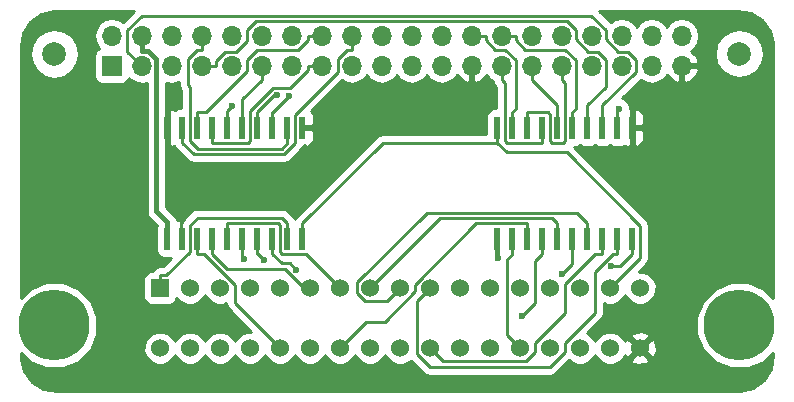
<source format=gbl>
G04 #@! TF.FileFunction,Copper,L2,Bot,Signal*
%FSLAX46Y46*%
G04 Gerber Fmt 4.6, Leading zero omitted, Abs format (unit mm)*
G04 Created by KiCad (PCBNEW 4.0.7) date 01/19/18 22:00:28*
%MOMM*%
%LPD*%
G01*
G04 APERTURE LIST*
%ADD10C,0.100000*%
%ADD11R,1.524000X1.524000*%
%ADD12C,1.524000*%
%ADD13R,0.600000X1.950000*%
%ADD14C,6.000000*%
%ADD15C,2.000000*%
%ADD16R,1.700000X1.700000*%
%ADD17O,1.700000X1.700000*%
%ADD18C,0.600000*%
%ADD19C,0.400000*%
%ADD20C,0.250000*%
%ADD21C,0.254000*%
G04 APERTURE END LIST*
D10*
D11*
X133350000Y-111760000D03*
D12*
X133350000Y-116840000D03*
X135890000Y-111760000D03*
X135890000Y-116840000D03*
X138430000Y-111760000D03*
X138430000Y-116840000D03*
X140970000Y-111760000D03*
X140970000Y-116840000D03*
X143510000Y-111760000D03*
X143510000Y-116840000D03*
X146050000Y-111760000D03*
X146050000Y-116840000D03*
X148590000Y-111760000D03*
X148590000Y-116840000D03*
X151130000Y-111760000D03*
X151130000Y-116840000D03*
X153670000Y-111760000D03*
X153670000Y-116840000D03*
X156210000Y-111760000D03*
X156210000Y-116840000D03*
X158750000Y-111760000D03*
X158750000Y-116840000D03*
X161290000Y-111760000D03*
X161290000Y-116840000D03*
X163830000Y-111760000D03*
X163830000Y-116840000D03*
X166370000Y-111760000D03*
X166370000Y-116840000D03*
X168910000Y-111760000D03*
X168910000Y-116840000D03*
X171450000Y-111760000D03*
X171450000Y-116840000D03*
X173990000Y-111760000D03*
X173990000Y-116840000D03*
D13*
X133985000Y-98170000D03*
X135255000Y-98170000D03*
X136525000Y-98170000D03*
X137795000Y-98170000D03*
X139065000Y-98170000D03*
X140335000Y-98170000D03*
X141605000Y-98170000D03*
X142875000Y-98170000D03*
X144145000Y-98170000D03*
X145415000Y-98170000D03*
X145415000Y-107570000D03*
X144145000Y-107570000D03*
X142875000Y-107570000D03*
X141605000Y-107570000D03*
X140335000Y-107570000D03*
X139065000Y-107570000D03*
X137795000Y-107570000D03*
X136525000Y-107570000D03*
X135255000Y-107570000D03*
X133985000Y-107570000D03*
X161925000Y-98170000D03*
X163195000Y-98170000D03*
X164465000Y-98170000D03*
X165735000Y-98170000D03*
X167005000Y-98170000D03*
X168275000Y-98170000D03*
X169545000Y-98170000D03*
X170815000Y-98170000D03*
X172085000Y-98170000D03*
X173355000Y-98170000D03*
X173355000Y-107570000D03*
X172085000Y-107570000D03*
X170815000Y-107570000D03*
X169545000Y-107570000D03*
X168275000Y-107570000D03*
X167005000Y-107570000D03*
X165735000Y-107570000D03*
X164465000Y-107570000D03*
X163195000Y-107570000D03*
X161925000Y-107570000D03*
D14*
X124404000Y-114915000D03*
D15*
X124404000Y-91915000D03*
X182404000Y-91915000D03*
D14*
X182404000Y-114915000D03*
X182404000Y-114915000D03*
D15*
X182404000Y-91915000D03*
X124404000Y-91915000D03*
D14*
X124404000Y-114915000D03*
D16*
X129261000Y-92938600D03*
D17*
X129261000Y-90398600D03*
X131801000Y-92938600D03*
X131801000Y-90398600D03*
X134341000Y-92938600D03*
X134341000Y-90398600D03*
X136881000Y-92938600D03*
X136881000Y-90398600D03*
X139421000Y-92938600D03*
X139421000Y-90398600D03*
X141961000Y-92938600D03*
X141961000Y-90398600D03*
X144501000Y-92938600D03*
X144501000Y-90398600D03*
X147041000Y-92938600D03*
X147041000Y-90398600D03*
X149581000Y-92938600D03*
X149581000Y-90398600D03*
X152121000Y-92938600D03*
X152121000Y-90398600D03*
X154661000Y-92938600D03*
X154661000Y-90398600D03*
X157201000Y-92938600D03*
X157201000Y-90398600D03*
X159741000Y-92938600D03*
X159741000Y-90398600D03*
X162281000Y-92938600D03*
X162281000Y-90398600D03*
X164821000Y-92938600D03*
X164821000Y-90398600D03*
X167361000Y-92938600D03*
X167361000Y-90398600D03*
X169901000Y-92938600D03*
X169901000Y-90398600D03*
X172441000Y-92938600D03*
X172441000Y-90398600D03*
X174981000Y-92938600D03*
X174981000Y-90398600D03*
X177521000Y-92938600D03*
X177521000Y-90398600D03*
D18*
X161972800Y-109230200D03*
X172205100Y-96561100D03*
X145415000Y-98170000D03*
X139486800Y-96326100D03*
X143259700Y-95448900D03*
X171575600Y-109892300D03*
X140422500Y-109268200D03*
X144868400Y-110186600D03*
X164026700Y-114095500D03*
X167423500Y-110554200D03*
X142152900Y-109412300D03*
X144259700Y-95497600D03*
D19*
X161925000Y-109182400D02*
X161925000Y-107570000D01*
X161972800Y-109230200D02*
X161925000Y-109182400D01*
X133051300Y-105261000D02*
X133985000Y-106194700D01*
X133051300Y-92352100D02*
X133051300Y-105261000D01*
X132348100Y-91648900D02*
X133051300Y-92352100D01*
X131801000Y-91648900D02*
X132348100Y-91648900D01*
X131801000Y-90398600D02*
X131801000Y-91648900D01*
X133985000Y-107570000D02*
X133985000Y-106194700D01*
D20*
X170815000Y-96290600D02*
X170815000Y-98170000D01*
X173625600Y-93480000D02*
X170815000Y-96290600D01*
X173625600Y-92422200D02*
X173625600Y-93480000D01*
X172966600Y-91763200D02*
X173625600Y-92422200D01*
X172141400Y-91763200D02*
X172966600Y-91763200D01*
X171077700Y-90699500D02*
X172141400Y-91763200D01*
X171077700Y-89909000D02*
X171077700Y-90699500D01*
X169858300Y-88689600D02*
X171077700Y-89909000D01*
X131828700Y-88689600D02*
X169858300Y-88689600D01*
X130596500Y-89921800D02*
X131828700Y-88689600D01*
X130596500Y-91734100D02*
X130596500Y-89921800D01*
X131801000Y-92938600D02*
X130596500Y-91734100D01*
X172085000Y-96681200D02*
X172085000Y-98170000D01*
X172205100Y-96561100D02*
X172085000Y-96681200D01*
X171077900Y-94703700D02*
X169545000Y-96236600D01*
X171077900Y-92414500D02*
X171077900Y-94703700D01*
X170426600Y-91763200D02*
X171077900Y-92414500D01*
X169601300Y-91763200D02*
X170426600Y-91763200D01*
X168536400Y-90698300D02*
X169601300Y-91763200D01*
X168536400Y-89863300D02*
X168536400Y-90698300D01*
X167837800Y-89164700D02*
X168536400Y-89863300D01*
X141452200Y-89164700D02*
X167837800Y-89164700D01*
X140691000Y-89925900D02*
X141452200Y-89164700D01*
X140691000Y-90829600D02*
X140691000Y-89925900D01*
X139757300Y-91763300D02*
X140691000Y-90829600D01*
X138864200Y-91763300D02*
X139757300Y-91763300D01*
X138056300Y-92571200D02*
X138864200Y-91763300D01*
X138056300Y-92938600D02*
X138056300Y-92571200D01*
X136881000Y-92938600D02*
X138056300Y-92938600D01*
X169545000Y-96236600D02*
X169545000Y-98170000D01*
X136881000Y-90398600D02*
X136881000Y-91573900D01*
X144145000Y-98170000D02*
X144145000Y-99470300D01*
X136513700Y-91573900D02*
X136881000Y-91573900D01*
X135705600Y-92382000D02*
X136513700Y-91573900D01*
X135705600Y-94573000D02*
X135705600Y-92382000D01*
X135880500Y-94747900D02*
X135705600Y-94573000D01*
X135880500Y-99282500D02*
X135880500Y-94747900D01*
X136539700Y-99941700D02*
X135880500Y-99282500D01*
X143673600Y-99941700D02*
X136539700Y-99941700D01*
X144145000Y-99470300D02*
X143673600Y-99941700D01*
X139065000Y-96747900D02*
X139065000Y-98170000D01*
X139486800Y-96326100D02*
X139065000Y-96747900D01*
X143025800Y-95448900D02*
X141605000Y-96869700D01*
X143259700Y-95448900D02*
X143025800Y-95448900D01*
X141605000Y-98170000D02*
X141605000Y-96869700D01*
X144348100Y-94823600D02*
X142931600Y-94823600D01*
X145865700Y-93306000D02*
X144348100Y-94823600D01*
X142931600Y-94823600D02*
X140960400Y-96794800D01*
X145865700Y-92938600D02*
X145865700Y-93306000D01*
X147041000Y-92938600D02*
X145865700Y-92938600D01*
X137795000Y-98170000D02*
X137795000Y-99470300D01*
X140817000Y-99470300D02*
X137795000Y-99470300D01*
X140960400Y-99326900D02*
X140817000Y-99470300D01*
X140960400Y-96794800D02*
X140960400Y-99326900D01*
X137228200Y-96869700D02*
X136525000Y-96869700D01*
X140708900Y-93389000D02*
X137228200Y-96869700D01*
X140708900Y-92455700D02*
X140708900Y-93389000D01*
X141590700Y-91573900D02*
X140708900Y-92455700D01*
X145057800Y-91573900D02*
X141590700Y-91573900D01*
X145865700Y-90766000D02*
X145057800Y-91573900D01*
X145865700Y-90398600D02*
X145865700Y-90766000D01*
X147041000Y-90398600D02*
X145865700Y-90398600D01*
X136525000Y-98170000D02*
X136525000Y-96869700D01*
X136188000Y-100403300D02*
X135255000Y-99470300D01*
X143867400Y-100403300D02*
X136188000Y-100403300D01*
X144789600Y-99481100D02*
X143867400Y-100403300D01*
X144789600Y-97060300D02*
X144789600Y-99481100D01*
X148405700Y-93444200D02*
X144789600Y-97060300D01*
X148405700Y-92381800D02*
X148405700Y-93444200D01*
X149213600Y-91573900D02*
X148405700Y-92381800D01*
X149581000Y-91573900D02*
X149213600Y-91573900D01*
X149581000Y-90398600D02*
X149581000Y-91573900D01*
X135255000Y-98170000D02*
X135255000Y-99470300D01*
X140335000Y-95739900D02*
X140335000Y-98170000D01*
X141961000Y-94113900D02*
X140335000Y-95739900D01*
X141961000Y-92938600D02*
X141961000Y-94113900D01*
X163462000Y-96602700D02*
X163195000Y-96869700D01*
X163462000Y-92435400D02*
X163462000Y-96602700D01*
X162600500Y-91573900D02*
X163462000Y-92435400D01*
X161724200Y-91573900D02*
X162600500Y-91573900D01*
X160916300Y-90766000D02*
X161724200Y-91573900D01*
X160916300Y-90398600D02*
X160916300Y-90766000D01*
X159741000Y-90398600D02*
X160916300Y-90398600D01*
X163195000Y-98170000D02*
X163195000Y-96869700D01*
X162705800Y-99470300D02*
X165735000Y-99470300D01*
X162562000Y-99326500D02*
X162705800Y-99470300D01*
X162562000Y-94394900D02*
X162562000Y-99326500D01*
X162281000Y-94113900D02*
X162562000Y-94394900D01*
X162281000Y-92938600D02*
X162281000Y-94113900D01*
X165735000Y-98170000D02*
X165735000Y-99470300D01*
X168554200Y-96590500D02*
X168275000Y-96869700D01*
X168554200Y-92467000D02*
X168554200Y-96590500D01*
X167661100Y-91573900D02*
X168554200Y-92467000D01*
X164264200Y-91573900D02*
X167661100Y-91573900D01*
X163456300Y-90766000D02*
X164264200Y-91573900D01*
X163456300Y-90398600D02*
X163456300Y-90766000D01*
X162281000Y-90398600D02*
X163456300Y-90398600D01*
X168275000Y-98170000D02*
X168275000Y-96869700D01*
X167005000Y-96297900D02*
X164821000Y-94113900D01*
X167005000Y-98170000D02*
X167005000Y-96297900D01*
X164821000Y-92938600D02*
X164821000Y-94113900D01*
X167640000Y-94392900D02*
X167361000Y-94113900D01*
X167640000Y-99327300D02*
X167640000Y-94392900D01*
X167496900Y-99470400D02*
X167640000Y-99327300D01*
X166562200Y-99470400D02*
X167496900Y-99470400D01*
X166360400Y-99268600D02*
X166562200Y-99470400D01*
X166360400Y-97060300D02*
X166360400Y-99268600D01*
X166169800Y-96869700D02*
X166360400Y-97060300D01*
X164465000Y-96869700D02*
X166169800Y-96869700D01*
X164465000Y-98170000D02*
X164465000Y-96869700D01*
X167361000Y-92938600D02*
X167361000Y-94113900D01*
X137795000Y-107570000D02*
X137795000Y-108870300D01*
X145557500Y-111760000D02*
X146050000Y-111760000D01*
X143913900Y-110116400D02*
X145557500Y-111760000D01*
X139041100Y-110116400D02*
X143913900Y-110116400D01*
X137795000Y-108870300D02*
X139041100Y-110116400D01*
X145700300Y-108870300D02*
X148590000Y-111760000D01*
X143651500Y-108870300D02*
X145700300Y-108870300D01*
X143500400Y-108719200D02*
X143651500Y-108870300D01*
X143500400Y-106402800D02*
X143500400Y-108719200D01*
X143367300Y-106269700D02*
X143500400Y-106402800D01*
X139065000Y-106269700D02*
X143367300Y-106269700D01*
X139065000Y-107570000D02*
X139065000Y-106269700D01*
X157073300Y-105816700D02*
X151130000Y-111760000D01*
X166552000Y-105816700D02*
X157073300Y-105816700D01*
X167005000Y-106269700D02*
X166552000Y-105816700D01*
X167005000Y-107570000D02*
X167005000Y-106269700D01*
X152547400Y-112882600D02*
X153670000Y-111760000D01*
X150707800Y-112882600D02*
X152547400Y-112882600D01*
X150021700Y-112196500D02*
X150707800Y-112882600D01*
X150021700Y-111267100D02*
X150021700Y-112196500D01*
X155922500Y-105366300D02*
X150021700Y-111267100D01*
X168641600Y-105366300D02*
X155922500Y-105366300D01*
X169545000Y-106269700D02*
X168641600Y-105366300D01*
X169545000Y-107570000D02*
X169545000Y-106269700D01*
X172085000Y-107570000D02*
X172085000Y-108870300D01*
X155085500Y-112884500D02*
X156210000Y-111760000D01*
X155085500Y-117324900D02*
X155085500Y-112884500D01*
X156189600Y-118429000D02*
X155085500Y-117324900D01*
X166347400Y-118429000D02*
X156189600Y-118429000D01*
X167640000Y-117136400D02*
X166347400Y-118429000D01*
X167640000Y-116385800D02*
X167640000Y-117136400D01*
X170180000Y-113845800D02*
X167640000Y-116385800D01*
X170180000Y-110403600D02*
X170180000Y-113845800D01*
X171713300Y-108870300D02*
X170180000Y-110403600D01*
X172085000Y-108870300D02*
X171713300Y-108870300D01*
X172333000Y-109892300D02*
X173355000Y-108870300D01*
X171575600Y-109892300D02*
X172333000Y-109892300D01*
X173355000Y-107570000D02*
X173355000Y-108870300D01*
X140335000Y-109180700D02*
X140422500Y-109268200D01*
X140335000Y-107570000D02*
X140335000Y-109180700D01*
X142875000Y-107570000D02*
X142875000Y-108870300D01*
X144347900Y-109666100D02*
X144868400Y-110186600D01*
X143670800Y-109666100D02*
X144347900Y-109666100D01*
X142875000Y-108870300D02*
X143670800Y-109666100D01*
X161925000Y-98170000D02*
X161925000Y-99470300D01*
X145415000Y-107570000D02*
X145415000Y-106269700D01*
X152214400Y-99470300D02*
X161925000Y-99470300D01*
X145415000Y-106269700D02*
X152214400Y-99470300D01*
X173995900Y-109214100D02*
X171450000Y-111760000D01*
X173995900Y-106468400D02*
X173995900Y-109214100D01*
X167779900Y-100252400D02*
X173995900Y-106468400D01*
X162707100Y-100252400D02*
X167779900Y-100252400D01*
X161925000Y-99470300D02*
X162707100Y-100252400D01*
X150808100Y-114621900D02*
X148590000Y-116840000D01*
X152360400Y-114621900D02*
X150808100Y-114621900D01*
X154940000Y-112042300D02*
X152360400Y-114621900D01*
X154940000Y-111464900D02*
X154940000Y-112042300D01*
X160135200Y-106269700D02*
X154940000Y-111464900D01*
X164465000Y-106269700D02*
X160135200Y-106269700D01*
X164465000Y-107570000D02*
X164465000Y-106269700D01*
X165109700Y-113012500D02*
X164026700Y-114095500D01*
X165109700Y-109495600D02*
X165109700Y-113012500D01*
X165735000Y-108870300D02*
X165109700Y-109495600D01*
X165735000Y-107570000D02*
X165735000Y-108870300D01*
X168275000Y-109702700D02*
X167423500Y-110554200D01*
X168275000Y-107570000D02*
X168275000Y-109702700D01*
X157306800Y-117936800D02*
X156210000Y-116840000D01*
X164319800Y-117936800D02*
X157306800Y-117936800D01*
X165100000Y-117156600D02*
X164319800Y-117936800D01*
X165100000Y-116385800D02*
X165100000Y-117156600D01*
X167640000Y-113845800D02*
X165100000Y-116385800D01*
X167640000Y-111420000D02*
X167640000Y-113845800D01*
X170189700Y-108870300D02*
X167640000Y-111420000D01*
X170815000Y-108870300D02*
X170189700Y-108870300D01*
X170815000Y-107570000D02*
X170815000Y-108870300D01*
X141610900Y-108870300D02*
X141605000Y-108870300D01*
X142152900Y-109412300D02*
X141610900Y-108870300D01*
X141605000Y-107570000D02*
X141605000Y-108870300D01*
X162719400Y-115729400D02*
X163830000Y-116840000D01*
X162719400Y-109345900D02*
X162719400Y-115729400D01*
X163195000Y-108870300D02*
X162719400Y-109345900D01*
X163195000Y-107570000D02*
X163195000Y-108870300D01*
X142887600Y-96869700D02*
X142875000Y-96869700D01*
X144259700Y-95497600D02*
X142887600Y-96869700D01*
X142875000Y-98170000D02*
X142875000Y-96869700D01*
X133893600Y-110672700D02*
X133350000Y-110672700D01*
X135899600Y-108666700D02*
X133893600Y-110672700D01*
X135899600Y-106424100D02*
X135899600Y-108666700D01*
X136536000Y-105787700D02*
X135899600Y-106424100D01*
X143663000Y-105787700D02*
X136536000Y-105787700D01*
X144145000Y-106269700D02*
X143663000Y-105787700D01*
X144145000Y-107570000D02*
X144145000Y-106269700D01*
X133350000Y-111760000D02*
X133350000Y-110672700D01*
X139700000Y-113030000D02*
X143510000Y-116840000D01*
X139700000Y-111492000D02*
X139700000Y-113030000D01*
X137078300Y-108870300D02*
X139700000Y-111492000D01*
X136525000Y-108870300D02*
X137078300Y-108870300D01*
X136525000Y-107570000D02*
X136525000Y-108870300D01*
D21*
G36*
X130198950Y-89244548D02*
X129829285Y-88997546D01*
X129261000Y-88884507D01*
X128692715Y-88997546D01*
X128210946Y-89319453D01*
X127889039Y-89801222D01*
X127776000Y-90369507D01*
X127776000Y-90427693D01*
X127889039Y-90995978D01*
X128210946Y-91477747D01*
X128212179Y-91478571D01*
X128175683Y-91485438D01*
X127959559Y-91624510D01*
X127814569Y-91836710D01*
X127763560Y-92088600D01*
X127763560Y-93788600D01*
X127807838Y-94023917D01*
X127946910Y-94240041D01*
X128159110Y-94385031D01*
X128411000Y-94436040D01*
X130111000Y-94436040D01*
X130346317Y-94391762D01*
X130562441Y-94252690D01*
X130707431Y-94040490D01*
X130721086Y-93973059D01*
X130750946Y-94017747D01*
X131232715Y-94339654D01*
X131801000Y-94452693D01*
X132216300Y-94370085D01*
X132216300Y-105261000D01*
X132279861Y-105580541D01*
X132460866Y-105851434D01*
X133065662Y-106456230D01*
X133037560Y-106595000D01*
X133037560Y-108545000D01*
X133081838Y-108780317D01*
X133220910Y-108996441D01*
X133433110Y-109141431D01*
X133685000Y-109192440D01*
X134285000Y-109192440D01*
X134302316Y-109189182D01*
X133578798Y-109912700D01*
X133350000Y-109912700D01*
X133059161Y-109970552D01*
X132812599Y-110135299D01*
X132668767Y-110350560D01*
X132588000Y-110350560D01*
X132352683Y-110394838D01*
X132136559Y-110533910D01*
X131991569Y-110746110D01*
X131940560Y-110998000D01*
X131940560Y-112522000D01*
X131984838Y-112757317D01*
X132123910Y-112973441D01*
X132336110Y-113118431D01*
X132588000Y-113169440D01*
X134112000Y-113169440D01*
X134347317Y-113125162D01*
X134563441Y-112986090D01*
X134708431Y-112773890D01*
X134745492Y-112590876D01*
X135097630Y-112943629D01*
X135610900Y-113156757D01*
X136166661Y-113157242D01*
X136680303Y-112945010D01*
X137073629Y-112552370D01*
X137159949Y-112344488D01*
X137244990Y-112550303D01*
X137637630Y-112943629D01*
X138150900Y-113156757D01*
X138706661Y-113157242D01*
X138945667Y-113058487D01*
X138997852Y-113320839D01*
X139162599Y-113567401D01*
X141038257Y-115443059D01*
X140693339Y-115442758D01*
X140179697Y-115654990D01*
X139786371Y-116047630D01*
X139700051Y-116255512D01*
X139615010Y-116049697D01*
X139222370Y-115656371D01*
X138709100Y-115443243D01*
X138153339Y-115442758D01*
X137639697Y-115654990D01*
X137246371Y-116047630D01*
X137160051Y-116255512D01*
X137075010Y-116049697D01*
X136682370Y-115656371D01*
X136169100Y-115443243D01*
X135613339Y-115442758D01*
X135099697Y-115654990D01*
X134706371Y-116047630D01*
X134620051Y-116255512D01*
X134535010Y-116049697D01*
X134142370Y-115656371D01*
X133629100Y-115443243D01*
X133073339Y-115442758D01*
X132559697Y-115654990D01*
X132166371Y-116047630D01*
X131953243Y-116560900D01*
X131952758Y-117116661D01*
X132164990Y-117630303D01*
X132557630Y-118023629D01*
X133070900Y-118236757D01*
X133626661Y-118237242D01*
X134140303Y-118025010D01*
X134533629Y-117632370D01*
X134619949Y-117424488D01*
X134704990Y-117630303D01*
X135097630Y-118023629D01*
X135610900Y-118236757D01*
X136166661Y-118237242D01*
X136680303Y-118025010D01*
X137073629Y-117632370D01*
X137159949Y-117424488D01*
X137244990Y-117630303D01*
X137637630Y-118023629D01*
X138150900Y-118236757D01*
X138706661Y-118237242D01*
X139220303Y-118025010D01*
X139613629Y-117632370D01*
X139699949Y-117424488D01*
X139784990Y-117630303D01*
X140177630Y-118023629D01*
X140690900Y-118236757D01*
X141246661Y-118237242D01*
X141760303Y-118025010D01*
X142153629Y-117632370D01*
X142239949Y-117424488D01*
X142324990Y-117630303D01*
X142717630Y-118023629D01*
X143230900Y-118236757D01*
X143786661Y-118237242D01*
X144300303Y-118025010D01*
X144693629Y-117632370D01*
X144779949Y-117424488D01*
X144864990Y-117630303D01*
X145257630Y-118023629D01*
X145770900Y-118236757D01*
X146326661Y-118237242D01*
X146840303Y-118025010D01*
X147233629Y-117632370D01*
X147319949Y-117424488D01*
X147404990Y-117630303D01*
X147797630Y-118023629D01*
X148310900Y-118236757D01*
X148866661Y-118237242D01*
X149380303Y-118025010D01*
X149773629Y-117632370D01*
X149859949Y-117424488D01*
X149944990Y-117630303D01*
X150337630Y-118023629D01*
X150850900Y-118236757D01*
X151406661Y-118237242D01*
X151920303Y-118025010D01*
X152313629Y-117632370D01*
X152399949Y-117424488D01*
X152484990Y-117630303D01*
X152877630Y-118023629D01*
X153390900Y-118236757D01*
X153946661Y-118237242D01*
X154460303Y-118025010D01*
X154585665Y-117899867D01*
X155652199Y-118966401D01*
X155898760Y-119131148D01*
X156189600Y-119189000D01*
X166347400Y-119189000D01*
X166638239Y-119131148D01*
X166884801Y-118966401D01*
X167972728Y-117878474D01*
X168117630Y-118023629D01*
X168630900Y-118236757D01*
X169186661Y-118237242D01*
X169700303Y-118025010D01*
X170093629Y-117632370D01*
X170179949Y-117424488D01*
X170264990Y-117630303D01*
X170657630Y-118023629D01*
X171170900Y-118236757D01*
X171726661Y-118237242D01*
X172240303Y-118025010D01*
X172445457Y-117820213D01*
X173189392Y-117820213D01*
X173258857Y-118062397D01*
X173782302Y-118249144D01*
X174337368Y-118221362D01*
X174721143Y-118062397D01*
X174790608Y-117820213D01*
X173990000Y-117019605D01*
X173189392Y-117820213D01*
X172445457Y-117820213D01*
X172633629Y-117632370D01*
X172713395Y-117440273D01*
X172767603Y-117571143D01*
X173009787Y-117640608D01*
X173810395Y-116840000D01*
X174169605Y-116840000D01*
X174970213Y-117640608D01*
X175212397Y-117571143D01*
X175399144Y-117047698D01*
X175371362Y-116492632D01*
X175212397Y-116108857D01*
X174970213Y-116039392D01*
X174169605Y-116840000D01*
X173810395Y-116840000D01*
X173009787Y-116039392D01*
X172767603Y-116108857D01*
X172717491Y-116249318D01*
X172635010Y-116049697D01*
X172445432Y-115859787D01*
X173189392Y-115859787D01*
X173990000Y-116660395D01*
X174790608Y-115859787D01*
X174721143Y-115617603D01*
X174197698Y-115430856D01*
X173642632Y-115458638D01*
X173258857Y-115617603D01*
X173189392Y-115859787D01*
X172445432Y-115859787D01*
X172242370Y-115656371D01*
X171729100Y-115443243D01*
X171173339Y-115442758D01*
X170659697Y-115654990D01*
X170266371Y-116047630D01*
X170180051Y-116255512D01*
X170095010Y-116049697D01*
X169702370Y-115656371D01*
X169519970Y-115580632D01*
X170717401Y-114383201D01*
X170882148Y-114136640D01*
X170892519Y-114084499D01*
X170940000Y-113845800D01*
X170940000Y-113060879D01*
X171170900Y-113156757D01*
X171726661Y-113157242D01*
X172240303Y-112945010D01*
X172633629Y-112552370D01*
X172719949Y-112344488D01*
X172804990Y-112550303D01*
X173197630Y-112943629D01*
X173710900Y-113156757D01*
X174266661Y-113157242D01*
X174780303Y-112945010D01*
X175173629Y-112552370D01*
X175386757Y-112039100D01*
X175387242Y-111483339D01*
X175175010Y-110969697D01*
X174782370Y-110576371D01*
X174269100Y-110363243D01*
X173921862Y-110362940D01*
X174533301Y-109751501D01*
X174698048Y-109504940D01*
X174755900Y-109214100D01*
X174755900Y-106468400D01*
X174698048Y-106177561D01*
X174631884Y-106078539D01*
X174533302Y-105930999D01*
X168394742Y-99792440D01*
X168575000Y-99792440D01*
X168810317Y-99748162D01*
X168909528Y-99684322D01*
X168993110Y-99741431D01*
X169245000Y-99792440D01*
X169845000Y-99792440D01*
X170080317Y-99748162D01*
X170179528Y-99684322D01*
X170263110Y-99741431D01*
X170515000Y-99792440D01*
X171115000Y-99792440D01*
X171350317Y-99748162D01*
X171449528Y-99684322D01*
X171533110Y-99741431D01*
X171785000Y-99792440D01*
X172385000Y-99792440D01*
X172620317Y-99748162D01*
X172710980Y-99689822D01*
X172928690Y-99780000D01*
X173069250Y-99780000D01*
X173228000Y-99621250D01*
X173228000Y-98297000D01*
X173482000Y-98297000D01*
X173482000Y-99621250D01*
X173640750Y-99780000D01*
X173781310Y-99780000D01*
X174014699Y-99683327D01*
X174193327Y-99504698D01*
X174290000Y-99271309D01*
X174290000Y-98455750D01*
X174131250Y-98297000D01*
X173482000Y-98297000D01*
X173228000Y-98297000D01*
X173208000Y-98297000D01*
X173208000Y-98043000D01*
X173228000Y-98043000D01*
X173228000Y-96718750D01*
X173482000Y-96718750D01*
X173482000Y-98043000D01*
X174131250Y-98043000D01*
X174290000Y-97884250D01*
X174290000Y-97068691D01*
X174193327Y-96835302D01*
X174014699Y-96656673D01*
X173781310Y-96560000D01*
X173640750Y-96560000D01*
X173482000Y-96718750D01*
X173228000Y-96718750D01*
X173140040Y-96630790D01*
X173140262Y-96375933D01*
X172998217Y-96032157D01*
X172735427Y-95768908D01*
X172506538Y-95673864D01*
X174069846Y-94110556D01*
X174412715Y-94339654D01*
X174981000Y-94452693D01*
X175549285Y-94339654D01*
X176031054Y-94017747D01*
X176258702Y-93677047D01*
X176325817Y-93819958D01*
X176754076Y-94210245D01*
X177164110Y-94380076D01*
X177394000Y-94258755D01*
X177394000Y-93065600D01*
X177648000Y-93065600D01*
X177648000Y-94258755D01*
X177877890Y-94380076D01*
X178287924Y-94210245D01*
X178716183Y-93819958D01*
X178962486Y-93295492D01*
X178841819Y-93065600D01*
X177648000Y-93065600D01*
X177394000Y-93065600D01*
X177374000Y-93065600D01*
X177374000Y-92811600D01*
X177394000Y-92811600D01*
X177394000Y-92791600D01*
X177648000Y-92791600D01*
X177648000Y-92811600D01*
X178841819Y-92811600D01*
X178962486Y-92581708D01*
X178716183Y-92057242D01*
X178540571Y-91897200D01*
X180301528Y-91897200D01*
X180461067Y-92699255D01*
X180915395Y-93379205D01*
X181595345Y-93833533D01*
X182397400Y-93993072D01*
X183199455Y-93833533D01*
X183879405Y-93379205D01*
X184333733Y-92699255D01*
X184493272Y-91897200D01*
X184333733Y-91095145D01*
X183879405Y-90415195D01*
X183199455Y-89960867D01*
X182397400Y-89801328D01*
X181595345Y-89960867D01*
X180915395Y-90415195D01*
X180461067Y-91095145D01*
X180301528Y-91897200D01*
X178540571Y-91897200D01*
X178287924Y-91666955D01*
X178287899Y-91666945D01*
X178571054Y-91477747D01*
X178892961Y-90995978D01*
X179006000Y-90427693D01*
X179006000Y-90369507D01*
X178892961Y-89801222D01*
X178571054Y-89319453D01*
X178089285Y-88997546D01*
X177521000Y-88884507D01*
X176952715Y-88997546D01*
X176470946Y-89319453D01*
X176251000Y-89648626D01*
X176031054Y-89319453D01*
X175549285Y-88997546D01*
X174981000Y-88884507D01*
X174412715Y-88997546D01*
X173930946Y-89319453D01*
X173711000Y-89648626D01*
X173491054Y-89319453D01*
X173009285Y-88997546D01*
X172441000Y-88884507D01*
X171872715Y-88997546D01*
X171494058Y-89250556D01*
X170532702Y-88289200D01*
X182225993Y-88289200D01*
X183395835Y-88478616D01*
X184332571Y-89057093D01*
X184978153Y-89952124D01*
X185241252Y-91030782D01*
X185241252Y-112612050D01*
X184465751Y-111835194D01*
X183130218Y-111280632D01*
X181684126Y-111279370D01*
X180347628Y-111831600D01*
X179324194Y-112853249D01*
X178769632Y-114188782D01*
X178768370Y-115634874D01*
X179320600Y-116971372D01*
X180342249Y-117994806D01*
X181677782Y-118549368D01*
X183123874Y-118550630D01*
X184460372Y-117998400D01*
X185241252Y-117218882D01*
X185241252Y-117463290D01*
X185054726Y-118615283D01*
X184476247Y-119552020D01*
X183581218Y-120197601D01*
X182492147Y-120463240D01*
X124616559Y-120463240D01*
X123446717Y-120273824D01*
X122509980Y-119695345D01*
X121864399Y-118800316D01*
X121601300Y-117721658D01*
X121601300Y-117252562D01*
X122342249Y-117994806D01*
X123677782Y-118549368D01*
X125123874Y-118550630D01*
X126460372Y-117998400D01*
X127483806Y-116976751D01*
X128038368Y-115641218D01*
X128039630Y-114195126D01*
X127487400Y-112858628D01*
X126465751Y-111835194D01*
X125130218Y-111280632D01*
X123684126Y-111279370D01*
X122347628Y-111831600D01*
X121601300Y-112576626D01*
X121601300Y-91922600D01*
X122313328Y-91922600D01*
X122472867Y-92724655D01*
X122927195Y-93404605D01*
X123607145Y-93858933D01*
X124409200Y-94018472D01*
X125211255Y-93858933D01*
X125891205Y-93404605D01*
X126345533Y-92724655D01*
X126505072Y-91922600D01*
X126345533Y-91120545D01*
X125891205Y-90440595D01*
X125211255Y-89986267D01*
X124409200Y-89826728D01*
X123607145Y-89986267D01*
X122927195Y-90440595D01*
X122472867Y-91120545D01*
X122313328Y-91922600D01*
X121601300Y-91922600D01*
X121601300Y-91299876D01*
X121789974Y-90134617D01*
X122368451Y-89197881D01*
X123263482Y-88552299D01*
X124342140Y-88289200D01*
X131154298Y-88289200D01*
X130198950Y-89244548D01*
X130198950Y-89244548D01*
G37*
X130198950Y-89244548D02*
X129829285Y-88997546D01*
X129261000Y-88884507D01*
X128692715Y-88997546D01*
X128210946Y-89319453D01*
X127889039Y-89801222D01*
X127776000Y-90369507D01*
X127776000Y-90427693D01*
X127889039Y-90995978D01*
X128210946Y-91477747D01*
X128212179Y-91478571D01*
X128175683Y-91485438D01*
X127959559Y-91624510D01*
X127814569Y-91836710D01*
X127763560Y-92088600D01*
X127763560Y-93788600D01*
X127807838Y-94023917D01*
X127946910Y-94240041D01*
X128159110Y-94385031D01*
X128411000Y-94436040D01*
X130111000Y-94436040D01*
X130346317Y-94391762D01*
X130562441Y-94252690D01*
X130707431Y-94040490D01*
X130721086Y-93973059D01*
X130750946Y-94017747D01*
X131232715Y-94339654D01*
X131801000Y-94452693D01*
X132216300Y-94370085D01*
X132216300Y-105261000D01*
X132279861Y-105580541D01*
X132460866Y-105851434D01*
X133065662Y-106456230D01*
X133037560Y-106595000D01*
X133037560Y-108545000D01*
X133081838Y-108780317D01*
X133220910Y-108996441D01*
X133433110Y-109141431D01*
X133685000Y-109192440D01*
X134285000Y-109192440D01*
X134302316Y-109189182D01*
X133578798Y-109912700D01*
X133350000Y-109912700D01*
X133059161Y-109970552D01*
X132812599Y-110135299D01*
X132668767Y-110350560D01*
X132588000Y-110350560D01*
X132352683Y-110394838D01*
X132136559Y-110533910D01*
X131991569Y-110746110D01*
X131940560Y-110998000D01*
X131940560Y-112522000D01*
X131984838Y-112757317D01*
X132123910Y-112973441D01*
X132336110Y-113118431D01*
X132588000Y-113169440D01*
X134112000Y-113169440D01*
X134347317Y-113125162D01*
X134563441Y-112986090D01*
X134708431Y-112773890D01*
X134745492Y-112590876D01*
X135097630Y-112943629D01*
X135610900Y-113156757D01*
X136166661Y-113157242D01*
X136680303Y-112945010D01*
X137073629Y-112552370D01*
X137159949Y-112344488D01*
X137244990Y-112550303D01*
X137637630Y-112943629D01*
X138150900Y-113156757D01*
X138706661Y-113157242D01*
X138945667Y-113058487D01*
X138997852Y-113320839D01*
X139162599Y-113567401D01*
X141038257Y-115443059D01*
X140693339Y-115442758D01*
X140179697Y-115654990D01*
X139786371Y-116047630D01*
X139700051Y-116255512D01*
X139615010Y-116049697D01*
X139222370Y-115656371D01*
X138709100Y-115443243D01*
X138153339Y-115442758D01*
X137639697Y-115654990D01*
X137246371Y-116047630D01*
X137160051Y-116255512D01*
X137075010Y-116049697D01*
X136682370Y-115656371D01*
X136169100Y-115443243D01*
X135613339Y-115442758D01*
X135099697Y-115654990D01*
X134706371Y-116047630D01*
X134620051Y-116255512D01*
X134535010Y-116049697D01*
X134142370Y-115656371D01*
X133629100Y-115443243D01*
X133073339Y-115442758D01*
X132559697Y-115654990D01*
X132166371Y-116047630D01*
X131953243Y-116560900D01*
X131952758Y-117116661D01*
X132164990Y-117630303D01*
X132557630Y-118023629D01*
X133070900Y-118236757D01*
X133626661Y-118237242D01*
X134140303Y-118025010D01*
X134533629Y-117632370D01*
X134619949Y-117424488D01*
X134704990Y-117630303D01*
X135097630Y-118023629D01*
X135610900Y-118236757D01*
X136166661Y-118237242D01*
X136680303Y-118025010D01*
X137073629Y-117632370D01*
X137159949Y-117424488D01*
X137244990Y-117630303D01*
X137637630Y-118023629D01*
X138150900Y-118236757D01*
X138706661Y-118237242D01*
X139220303Y-118025010D01*
X139613629Y-117632370D01*
X139699949Y-117424488D01*
X139784990Y-117630303D01*
X140177630Y-118023629D01*
X140690900Y-118236757D01*
X141246661Y-118237242D01*
X141760303Y-118025010D01*
X142153629Y-117632370D01*
X142239949Y-117424488D01*
X142324990Y-117630303D01*
X142717630Y-118023629D01*
X143230900Y-118236757D01*
X143786661Y-118237242D01*
X144300303Y-118025010D01*
X144693629Y-117632370D01*
X144779949Y-117424488D01*
X144864990Y-117630303D01*
X145257630Y-118023629D01*
X145770900Y-118236757D01*
X146326661Y-118237242D01*
X146840303Y-118025010D01*
X147233629Y-117632370D01*
X147319949Y-117424488D01*
X147404990Y-117630303D01*
X147797630Y-118023629D01*
X148310900Y-118236757D01*
X148866661Y-118237242D01*
X149380303Y-118025010D01*
X149773629Y-117632370D01*
X149859949Y-117424488D01*
X149944990Y-117630303D01*
X150337630Y-118023629D01*
X150850900Y-118236757D01*
X151406661Y-118237242D01*
X151920303Y-118025010D01*
X152313629Y-117632370D01*
X152399949Y-117424488D01*
X152484990Y-117630303D01*
X152877630Y-118023629D01*
X153390900Y-118236757D01*
X153946661Y-118237242D01*
X154460303Y-118025010D01*
X154585665Y-117899867D01*
X155652199Y-118966401D01*
X155898760Y-119131148D01*
X156189600Y-119189000D01*
X166347400Y-119189000D01*
X166638239Y-119131148D01*
X166884801Y-118966401D01*
X167972728Y-117878474D01*
X168117630Y-118023629D01*
X168630900Y-118236757D01*
X169186661Y-118237242D01*
X169700303Y-118025010D01*
X170093629Y-117632370D01*
X170179949Y-117424488D01*
X170264990Y-117630303D01*
X170657630Y-118023629D01*
X171170900Y-118236757D01*
X171726661Y-118237242D01*
X172240303Y-118025010D01*
X172445457Y-117820213D01*
X173189392Y-117820213D01*
X173258857Y-118062397D01*
X173782302Y-118249144D01*
X174337368Y-118221362D01*
X174721143Y-118062397D01*
X174790608Y-117820213D01*
X173990000Y-117019605D01*
X173189392Y-117820213D01*
X172445457Y-117820213D01*
X172633629Y-117632370D01*
X172713395Y-117440273D01*
X172767603Y-117571143D01*
X173009787Y-117640608D01*
X173810395Y-116840000D01*
X174169605Y-116840000D01*
X174970213Y-117640608D01*
X175212397Y-117571143D01*
X175399144Y-117047698D01*
X175371362Y-116492632D01*
X175212397Y-116108857D01*
X174970213Y-116039392D01*
X174169605Y-116840000D01*
X173810395Y-116840000D01*
X173009787Y-116039392D01*
X172767603Y-116108857D01*
X172717491Y-116249318D01*
X172635010Y-116049697D01*
X172445432Y-115859787D01*
X173189392Y-115859787D01*
X173990000Y-116660395D01*
X174790608Y-115859787D01*
X174721143Y-115617603D01*
X174197698Y-115430856D01*
X173642632Y-115458638D01*
X173258857Y-115617603D01*
X173189392Y-115859787D01*
X172445432Y-115859787D01*
X172242370Y-115656371D01*
X171729100Y-115443243D01*
X171173339Y-115442758D01*
X170659697Y-115654990D01*
X170266371Y-116047630D01*
X170180051Y-116255512D01*
X170095010Y-116049697D01*
X169702370Y-115656371D01*
X169519970Y-115580632D01*
X170717401Y-114383201D01*
X170882148Y-114136640D01*
X170892519Y-114084499D01*
X170940000Y-113845800D01*
X170940000Y-113060879D01*
X171170900Y-113156757D01*
X171726661Y-113157242D01*
X172240303Y-112945010D01*
X172633629Y-112552370D01*
X172719949Y-112344488D01*
X172804990Y-112550303D01*
X173197630Y-112943629D01*
X173710900Y-113156757D01*
X174266661Y-113157242D01*
X174780303Y-112945010D01*
X175173629Y-112552370D01*
X175386757Y-112039100D01*
X175387242Y-111483339D01*
X175175010Y-110969697D01*
X174782370Y-110576371D01*
X174269100Y-110363243D01*
X173921862Y-110362940D01*
X174533301Y-109751501D01*
X174698048Y-109504940D01*
X174755900Y-109214100D01*
X174755900Y-106468400D01*
X174698048Y-106177561D01*
X174631884Y-106078539D01*
X174533302Y-105930999D01*
X168394742Y-99792440D01*
X168575000Y-99792440D01*
X168810317Y-99748162D01*
X168909528Y-99684322D01*
X168993110Y-99741431D01*
X169245000Y-99792440D01*
X169845000Y-99792440D01*
X170080317Y-99748162D01*
X170179528Y-99684322D01*
X170263110Y-99741431D01*
X170515000Y-99792440D01*
X171115000Y-99792440D01*
X171350317Y-99748162D01*
X171449528Y-99684322D01*
X171533110Y-99741431D01*
X171785000Y-99792440D01*
X172385000Y-99792440D01*
X172620317Y-99748162D01*
X172710980Y-99689822D01*
X172928690Y-99780000D01*
X173069250Y-99780000D01*
X173228000Y-99621250D01*
X173228000Y-98297000D01*
X173482000Y-98297000D01*
X173482000Y-99621250D01*
X173640750Y-99780000D01*
X173781310Y-99780000D01*
X174014699Y-99683327D01*
X174193327Y-99504698D01*
X174290000Y-99271309D01*
X174290000Y-98455750D01*
X174131250Y-98297000D01*
X173482000Y-98297000D01*
X173228000Y-98297000D01*
X173208000Y-98297000D01*
X173208000Y-98043000D01*
X173228000Y-98043000D01*
X173228000Y-96718750D01*
X173482000Y-96718750D01*
X173482000Y-98043000D01*
X174131250Y-98043000D01*
X174290000Y-97884250D01*
X174290000Y-97068691D01*
X174193327Y-96835302D01*
X174014699Y-96656673D01*
X173781310Y-96560000D01*
X173640750Y-96560000D01*
X173482000Y-96718750D01*
X173228000Y-96718750D01*
X173140040Y-96630790D01*
X173140262Y-96375933D01*
X172998217Y-96032157D01*
X172735427Y-95768908D01*
X172506538Y-95673864D01*
X174069846Y-94110556D01*
X174412715Y-94339654D01*
X174981000Y-94452693D01*
X175549285Y-94339654D01*
X176031054Y-94017747D01*
X176258702Y-93677047D01*
X176325817Y-93819958D01*
X176754076Y-94210245D01*
X177164110Y-94380076D01*
X177394000Y-94258755D01*
X177394000Y-93065600D01*
X177648000Y-93065600D01*
X177648000Y-94258755D01*
X177877890Y-94380076D01*
X178287924Y-94210245D01*
X178716183Y-93819958D01*
X178962486Y-93295492D01*
X178841819Y-93065600D01*
X177648000Y-93065600D01*
X177394000Y-93065600D01*
X177374000Y-93065600D01*
X177374000Y-92811600D01*
X177394000Y-92811600D01*
X177394000Y-92791600D01*
X177648000Y-92791600D01*
X177648000Y-92811600D01*
X178841819Y-92811600D01*
X178962486Y-92581708D01*
X178716183Y-92057242D01*
X178540571Y-91897200D01*
X180301528Y-91897200D01*
X180461067Y-92699255D01*
X180915395Y-93379205D01*
X181595345Y-93833533D01*
X182397400Y-93993072D01*
X183199455Y-93833533D01*
X183879405Y-93379205D01*
X184333733Y-92699255D01*
X184493272Y-91897200D01*
X184333733Y-91095145D01*
X183879405Y-90415195D01*
X183199455Y-89960867D01*
X182397400Y-89801328D01*
X181595345Y-89960867D01*
X180915395Y-90415195D01*
X180461067Y-91095145D01*
X180301528Y-91897200D01*
X178540571Y-91897200D01*
X178287924Y-91666955D01*
X178287899Y-91666945D01*
X178571054Y-91477747D01*
X178892961Y-90995978D01*
X179006000Y-90427693D01*
X179006000Y-90369507D01*
X178892961Y-89801222D01*
X178571054Y-89319453D01*
X178089285Y-88997546D01*
X177521000Y-88884507D01*
X176952715Y-88997546D01*
X176470946Y-89319453D01*
X176251000Y-89648626D01*
X176031054Y-89319453D01*
X175549285Y-88997546D01*
X174981000Y-88884507D01*
X174412715Y-88997546D01*
X173930946Y-89319453D01*
X173711000Y-89648626D01*
X173491054Y-89319453D01*
X173009285Y-88997546D01*
X172441000Y-88884507D01*
X171872715Y-88997546D01*
X171494058Y-89250556D01*
X170532702Y-88289200D01*
X182225993Y-88289200D01*
X183395835Y-88478616D01*
X184332571Y-89057093D01*
X184978153Y-89952124D01*
X185241252Y-91030782D01*
X185241252Y-112612050D01*
X184465751Y-111835194D01*
X183130218Y-111280632D01*
X181684126Y-111279370D01*
X180347628Y-111831600D01*
X179324194Y-112853249D01*
X178769632Y-114188782D01*
X178768370Y-115634874D01*
X179320600Y-116971372D01*
X180342249Y-117994806D01*
X181677782Y-118549368D01*
X183123874Y-118550630D01*
X184460372Y-117998400D01*
X185241252Y-117218882D01*
X185241252Y-117463290D01*
X185054726Y-118615283D01*
X184476247Y-119552020D01*
X183581218Y-120197601D01*
X182492147Y-120463240D01*
X124616559Y-120463240D01*
X123446717Y-120273824D01*
X122509980Y-119695345D01*
X121864399Y-118800316D01*
X121601300Y-117721658D01*
X121601300Y-117252562D01*
X122342249Y-117994806D01*
X123677782Y-118549368D01*
X125123874Y-118550630D01*
X126460372Y-117998400D01*
X127483806Y-116976751D01*
X128038368Y-115641218D01*
X128039630Y-114195126D01*
X127487400Y-112858628D01*
X126465751Y-111835194D01*
X125130218Y-111280632D01*
X123684126Y-111279370D01*
X122347628Y-111831600D01*
X121601300Y-112576626D01*
X121601300Y-91922600D01*
X122313328Y-91922600D01*
X122472867Y-92724655D01*
X122927195Y-93404605D01*
X123607145Y-93858933D01*
X124409200Y-94018472D01*
X125211255Y-93858933D01*
X125891205Y-93404605D01*
X126345533Y-92724655D01*
X126505072Y-91922600D01*
X126345533Y-91120545D01*
X125891205Y-90440595D01*
X125211255Y-89986267D01*
X124409200Y-89826728D01*
X123607145Y-89986267D01*
X122927195Y-90440595D01*
X122472867Y-91120545D01*
X122313328Y-91922600D01*
X121601300Y-91922600D01*
X121601300Y-91299876D01*
X121789974Y-90134617D01*
X122368451Y-89197881D01*
X123263482Y-88552299D01*
X124342140Y-88289200D01*
X131154298Y-88289200D01*
X130198950Y-89244548D01*
G36*
X159868000Y-92811600D02*
X159888000Y-92811600D01*
X159888000Y-93065600D01*
X159868000Y-93065600D01*
X159868000Y-94258755D01*
X160097890Y-94380076D01*
X160507924Y-94210245D01*
X160936183Y-93819958D01*
X161003298Y-93677047D01*
X161230946Y-94017747D01*
X161543402Y-94226523D01*
X161578852Y-94404739D01*
X161743599Y-94651301D01*
X161802000Y-94709702D01*
X161802000Y-96547560D01*
X161625000Y-96547560D01*
X161389683Y-96591838D01*
X161173559Y-96730910D01*
X161028569Y-96943110D01*
X160977560Y-97195000D01*
X160977560Y-98710300D01*
X152214400Y-98710300D01*
X151923561Y-98768152D01*
X151676999Y-98932899D01*
X144877599Y-105732299D01*
X144780000Y-105878367D01*
X144682401Y-105732299D01*
X144200401Y-105250299D01*
X143953839Y-105085552D01*
X143663000Y-105027700D01*
X136536000Y-105027700D01*
X136245161Y-105085552D01*
X135998599Y-105250299D01*
X135362199Y-105886699D01*
X135197452Y-106133261D01*
X135139600Y-106424100D01*
X135139600Y-107717000D01*
X135128000Y-107717000D01*
X135128000Y-107697000D01*
X135108000Y-107697000D01*
X135108000Y-107443000D01*
X135128000Y-107443000D01*
X135128000Y-106118750D01*
X134969250Y-105960000D01*
X134828690Y-105960000D01*
X134777530Y-105981191D01*
X134756439Y-105875159D01*
X134575434Y-105604266D01*
X133886300Y-104915132D01*
X133886300Y-94362247D01*
X134341000Y-94452693D01*
X134909285Y-94339654D01*
X134945600Y-94315389D01*
X134945600Y-94573000D01*
X135003452Y-94863839D01*
X135120500Y-95039014D01*
X135120500Y-96547560D01*
X134955000Y-96547560D01*
X134719683Y-96591838D01*
X134629020Y-96650178D01*
X134411310Y-96560000D01*
X134270750Y-96560000D01*
X134112000Y-96718750D01*
X134112000Y-98043000D01*
X134132000Y-98043000D01*
X134132000Y-98297000D01*
X134112000Y-98297000D01*
X134112000Y-99621250D01*
X134270750Y-99780000D01*
X134411310Y-99780000D01*
X134545544Y-99724398D01*
X134552852Y-99761139D01*
X134717599Y-100007701D01*
X135650599Y-100940701D01*
X135897160Y-101105448D01*
X136188000Y-101163300D01*
X143867400Y-101163300D01*
X144158239Y-101105448D01*
X144404801Y-100940701D01*
X145327001Y-100018501D01*
X145486362Y-99780000D01*
X145542002Y-99780000D01*
X145542002Y-99621252D01*
X145700750Y-99780000D01*
X145841310Y-99780000D01*
X146074699Y-99683327D01*
X146253327Y-99504698D01*
X146350000Y-99271309D01*
X146350000Y-98455750D01*
X146191250Y-98297000D01*
X145549600Y-98297000D01*
X145549600Y-98043000D01*
X146191250Y-98043000D01*
X146350000Y-97884250D01*
X146350000Y-97068691D01*
X146253327Y-96835302D01*
X146171364Y-96753338D01*
X148756347Y-94168355D01*
X149012715Y-94339654D01*
X149581000Y-94452693D01*
X150149285Y-94339654D01*
X150631054Y-94017747D01*
X150851000Y-93688574D01*
X151070946Y-94017747D01*
X151552715Y-94339654D01*
X152121000Y-94452693D01*
X152689285Y-94339654D01*
X153171054Y-94017747D01*
X153391000Y-93688574D01*
X153610946Y-94017747D01*
X154092715Y-94339654D01*
X154661000Y-94452693D01*
X155229285Y-94339654D01*
X155711054Y-94017747D01*
X155931000Y-93688574D01*
X156150946Y-94017747D01*
X156632715Y-94339654D01*
X157201000Y-94452693D01*
X157769285Y-94339654D01*
X158251054Y-94017747D01*
X158478702Y-93677047D01*
X158545817Y-93819958D01*
X158974076Y-94210245D01*
X159384110Y-94380076D01*
X159614000Y-94258755D01*
X159614000Y-93065600D01*
X159594000Y-93065600D01*
X159594000Y-92811600D01*
X159614000Y-92811600D01*
X159614000Y-92791600D01*
X159868000Y-92791600D01*
X159868000Y-92811600D01*
X159868000Y-92811600D01*
G37*
X159868000Y-92811600D02*
X159888000Y-92811600D01*
X159888000Y-93065600D01*
X159868000Y-93065600D01*
X159868000Y-94258755D01*
X160097890Y-94380076D01*
X160507924Y-94210245D01*
X160936183Y-93819958D01*
X161003298Y-93677047D01*
X161230946Y-94017747D01*
X161543402Y-94226523D01*
X161578852Y-94404739D01*
X161743599Y-94651301D01*
X161802000Y-94709702D01*
X161802000Y-96547560D01*
X161625000Y-96547560D01*
X161389683Y-96591838D01*
X161173559Y-96730910D01*
X161028569Y-96943110D01*
X160977560Y-97195000D01*
X160977560Y-98710300D01*
X152214400Y-98710300D01*
X151923561Y-98768152D01*
X151676999Y-98932899D01*
X144877599Y-105732299D01*
X144780000Y-105878367D01*
X144682401Y-105732299D01*
X144200401Y-105250299D01*
X143953839Y-105085552D01*
X143663000Y-105027700D01*
X136536000Y-105027700D01*
X136245161Y-105085552D01*
X135998599Y-105250299D01*
X135362199Y-105886699D01*
X135197452Y-106133261D01*
X135139600Y-106424100D01*
X135139600Y-107717000D01*
X135128000Y-107717000D01*
X135128000Y-107697000D01*
X135108000Y-107697000D01*
X135108000Y-107443000D01*
X135128000Y-107443000D01*
X135128000Y-106118750D01*
X134969250Y-105960000D01*
X134828690Y-105960000D01*
X134777530Y-105981191D01*
X134756439Y-105875159D01*
X134575434Y-105604266D01*
X133886300Y-104915132D01*
X133886300Y-94362247D01*
X134341000Y-94452693D01*
X134909285Y-94339654D01*
X134945600Y-94315389D01*
X134945600Y-94573000D01*
X135003452Y-94863839D01*
X135120500Y-95039014D01*
X135120500Y-96547560D01*
X134955000Y-96547560D01*
X134719683Y-96591838D01*
X134629020Y-96650178D01*
X134411310Y-96560000D01*
X134270750Y-96560000D01*
X134112000Y-96718750D01*
X134112000Y-98043000D01*
X134132000Y-98043000D01*
X134132000Y-98297000D01*
X134112000Y-98297000D01*
X134112000Y-99621250D01*
X134270750Y-99780000D01*
X134411310Y-99780000D01*
X134545544Y-99724398D01*
X134552852Y-99761139D01*
X134717599Y-100007701D01*
X135650599Y-100940701D01*
X135897160Y-101105448D01*
X136188000Y-101163300D01*
X143867400Y-101163300D01*
X144158239Y-101105448D01*
X144404801Y-100940701D01*
X145327001Y-100018501D01*
X145486362Y-99780000D01*
X145542002Y-99780000D01*
X145542002Y-99621252D01*
X145700750Y-99780000D01*
X145841310Y-99780000D01*
X146074699Y-99683327D01*
X146253327Y-99504698D01*
X146350000Y-99271309D01*
X146350000Y-98455750D01*
X146191250Y-98297000D01*
X145549600Y-98297000D01*
X145549600Y-98043000D01*
X146191250Y-98043000D01*
X146350000Y-97884250D01*
X146350000Y-97068691D01*
X146253327Y-96835302D01*
X146171364Y-96753338D01*
X148756347Y-94168355D01*
X149012715Y-94339654D01*
X149581000Y-94452693D01*
X150149285Y-94339654D01*
X150631054Y-94017747D01*
X150851000Y-93688574D01*
X151070946Y-94017747D01*
X151552715Y-94339654D01*
X152121000Y-94452693D01*
X152689285Y-94339654D01*
X153171054Y-94017747D01*
X153391000Y-93688574D01*
X153610946Y-94017747D01*
X154092715Y-94339654D01*
X154661000Y-94452693D01*
X155229285Y-94339654D01*
X155711054Y-94017747D01*
X155931000Y-93688574D01*
X156150946Y-94017747D01*
X156632715Y-94339654D01*
X157201000Y-94452693D01*
X157769285Y-94339654D01*
X158251054Y-94017747D01*
X158478702Y-93677047D01*
X158545817Y-93819958D01*
X158974076Y-94210245D01*
X159384110Y-94380076D01*
X159614000Y-94258755D01*
X159614000Y-93065600D01*
X159594000Y-93065600D01*
X159594000Y-92811600D01*
X159614000Y-92811600D01*
X159614000Y-92791600D01*
X159868000Y-92791600D01*
X159868000Y-92811600D01*
G36*
X139548000Y-92811600D02*
X139568000Y-92811600D01*
X139568000Y-93065600D01*
X139548000Y-93065600D01*
X139548000Y-93085600D01*
X139294000Y-93085600D01*
X139294000Y-93065600D01*
X139274000Y-93065600D01*
X139274000Y-92811600D01*
X139294000Y-92811600D01*
X139294000Y-92791600D01*
X139548000Y-92791600D01*
X139548000Y-92811600D01*
X139548000Y-92811600D01*
G37*
X139548000Y-92811600D02*
X139568000Y-92811600D01*
X139568000Y-93065600D01*
X139548000Y-93065600D01*
X139548000Y-93085600D01*
X139294000Y-93085600D01*
X139294000Y-93065600D01*
X139274000Y-93065600D01*
X139274000Y-92811600D01*
X139294000Y-92811600D01*
X139294000Y-92791600D01*
X139548000Y-92791600D01*
X139548000Y-92811600D01*
G36*
X170028000Y-90271600D02*
X170048000Y-90271600D01*
X170048000Y-90525600D01*
X170028000Y-90525600D01*
X170028000Y-90545600D01*
X169774000Y-90545600D01*
X169774000Y-90525600D01*
X169754000Y-90525600D01*
X169754000Y-90271600D01*
X169774000Y-90271600D01*
X169774000Y-90251600D01*
X170028000Y-90251600D01*
X170028000Y-90271600D01*
X170028000Y-90271600D01*
G37*
X170028000Y-90271600D02*
X170048000Y-90271600D01*
X170048000Y-90525600D01*
X170028000Y-90525600D01*
X170028000Y-90545600D01*
X169774000Y-90545600D01*
X169774000Y-90525600D01*
X169754000Y-90525600D01*
X169754000Y-90271600D01*
X169774000Y-90271600D01*
X169774000Y-90251600D01*
X170028000Y-90251600D01*
X170028000Y-90271600D01*
G36*
X164948000Y-90271600D02*
X164968000Y-90271600D01*
X164968000Y-90525600D01*
X164948000Y-90525600D01*
X164948000Y-90545600D01*
X164694000Y-90545600D01*
X164694000Y-90525600D01*
X164674000Y-90525600D01*
X164674000Y-90271600D01*
X164694000Y-90271600D01*
X164694000Y-90251600D01*
X164948000Y-90251600D01*
X164948000Y-90271600D01*
X164948000Y-90271600D01*
G37*
X164948000Y-90271600D02*
X164968000Y-90271600D01*
X164968000Y-90525600D01*
X164948000Y-90525600D01*
X164948000Y-90545600D01*
X164694000Y-90545600D01*
X164694000Y-90525600D01*
X164674000Y-90525600D01*
X164674000Y-90271600D01*
X164694000Y-90271600D01*
X164694000Y-90251600D01*
X164948000Y-90251600D01*
X164948000Y-90271600D01*
G36*
X152248000Y-90271600D02*
X152268000Y-90271600D01*
X152268000Y-90525600D01*
X152248000Y-90525600D01*
X152248000Y-90545600D01*
X151994000Y-90545600D01*
X151994000Y-90525600D01*
X151974000Y-90525600D01*
X151974000Y-90271600D01*
X151994000Y-90271600D01*
X151994000Y-90251600D01*
X152248000Y-90251600D01*
X152248000Y-90271600D01*
X152248000Y-90271600D01*
G37*
X152248000Y-90271600D02*
X152268000Y-90271600D01*
X152268000Y-90525600D01*
X152248000Y-90525600D01*
X152248000Y-90545600D01*
X151994000Y-90545600D01*
X151994000Y-90525600D01*
X151974000Y-90525600D01*
X151974000Y-90271600D01*
X151994000Y-90271600D01*
X151994000Y-90251600D01*
X152248000Y-90251600D01*
X152248000Y-90271600D01*
G36*
X144628000Y-90271600D02*
X144648000Y-90271600D01*
X144648000Y-90525600D01*
X144628000Y-90525600D01*
X144628000Y-90545600D01*
X144374000Y-90545600D01*
X144374000Y-90525600D01*
X144354000Y-90525600D01*
X144354000Y-90271600D01*
X144374000Y-90271600D01*
X144374000Y-90251600D01*
X144628000Y-90251600D01*
X144628000Y-90271600D01*
X144628000Y-90271600D01*
G37*
X144628000Y-90271600D02*
X144648000Y-90271600D01*
X144648000Y-90525600D01*
X144628000Y-90525600D01*
X144628000Y-90545600D01*
X144374000Y-90545600D01*
X144374000Y-90525600D01*
X144354000Y-90525600D01*
X144354000Y-90271600D01*
X144374000Y-90271600D01*
X144374000Y-90251600D01*
X144628000Y-90251600D01*
X144628000Y-90271600D01*
G36*
X134468000Y-90271600D02*
X134488000Y-90271600D01*
X134488000Y-90525600D01*
X134468000Y-90525600D01*
X134468000Y-90545600D01*
X134214000Y-90545600D01*
X134214000Y-90525600D01*
X134194000Y-90525600D01*
X134194000Y-90271600D01*
X134214000Y-90271600D01*
X134214000Y-90251600D01*
X134468000Y-90251600D01*
X134468000Y-90271600D01*
X134468000Y-90271600D01*
G37*
X134468000Y-90271600D02*
X134488000Y-90271600D01*
X134488000Y-90525600D01*
X134468000Y-90525600D01*
X134468000Y-90545600D01*
X134214000Y-90545600D01*
X134214000Y-90525600D01*
X134194000Y-90525600D01*
X134194000Y-90271600D01*
X134214000Y-90271600D01*
X134214000Y-90251600D01*
X134468000Y-90251600D01*
X134468000Y-90271600D01*
M02*

</source>
